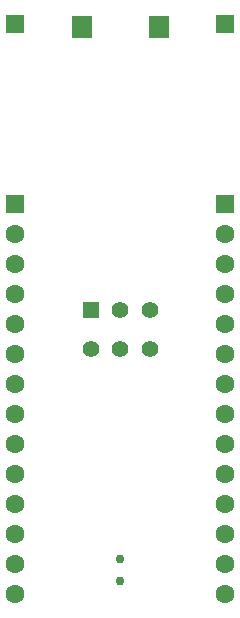
<source format=gbs>
G04 #@! TF.GenerationSoftware,KiCad,Pcbnew,(6.0.9)*
G04 #@! TF.CreationDate,2022-12-10T19:39:28+09:00*
G04 #@! TF.ProjectId,EB-STM32L412KB,45422d53-544d-4333-924c-3431324b422e,V2.0*
G04 #@! TF.SameCoordinates,Original*
G04 #@! TF.FileFunction,Soldermask,Bot*
G04 #@! TF.FilePolarity,Negative*
%FSLAX46Y46*%
G04 Gerber Fmt 4.6, Leading zero omitted, Abs format (unit mm)*
G04 Created by KiCad (PCBNEW (6.0.9)) date 2022-12-10 19:39:28*
%MOMM*%
%LPD*%
G01*
G04 APERTURE LIST*
%ADD10R,1.800000X1.900000*%
%ADD11C,0.750000*%
%ADD12R,1.600000X1.600000*%
%ADD13C,1.600000*%
%ADD14R,1.400000X1.400000*%
%ADD15C,1.400000*%
G04 APERTURE END LIST*
D10*
X-3250000Y15000000D03*
X3250000Y15000000D03*
D11*
X0Y-31900000D03*
X0Y-30100000D03*
D12*
X-8890000Y15240000D03*
X8890000Y15240000D03*
X-8890000Y0D03*
D13*
X-8890000Y-2540000D03*
X-8890000Y-5080000D03*
X-8890000Y-7620000D03*
X-8890000Y-10160000D03*
X-8890000Y-12700000D03*
X-8890000Y-15240000D03*
X-8890000Y-17780000D03*
X-8890000Y-20320000D03*
X-8890000Y-22860000D03*
X-8890000Y-25400000D03*
X-8890000Y-27940000D03*
X-8890000Y-30480000D03*
X-8890000Y-33020000D03*
D14*
X-2500000Y-8950000D03*
D15*
X0Y-8950000D03*
X2500000Y-8950000D03*
X-2500000Y-12250000D03*
X0Y-12250000D03*
X2500000Y-12250000D03*
D12*
X8890000Y0D03*
D13*
X8890000Y-2540000D03*
X8890000Y-5080000D03*
X8890000Y-7620000D03*
X8890000Y-10160000D03*
X8890000Y-12700000D03*
X8890000Y-15240000D03*
X8890000Y-17780000D03*
X8890000Y-20320000D03*
X8890000Y-22860000D03*
X8890000Y-25400000D03*
X8890000Y-27940000D03*
X8890000Y-30480000D03*
X8890000Y-33020000D03*
M02*

</source>
